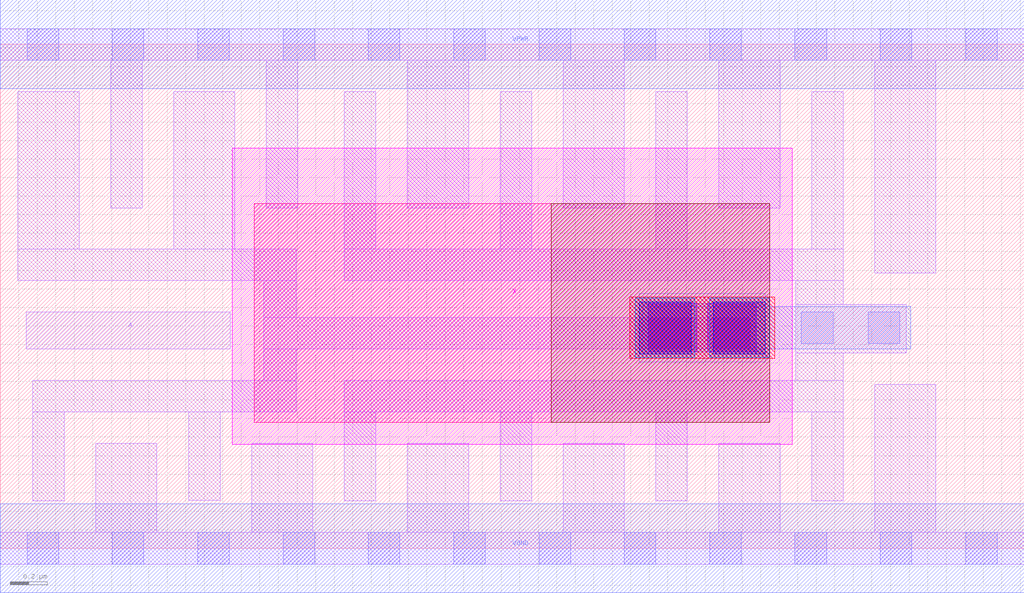
<source format=lef>
# Copyright 2020 The SkyWater PDK Authors
#
# Licensed under the Apache License, Version 2.0 (the "License");
# you may not use this file except in compliance with the License.
# You may obtain a copy of the License at
#
#     https://www.apache.org/licenses/LICENSE-2.0
#
# Unless required by applicable law or agreed to in writing, software
# distributed under the License is distributed on an "AS IS" BASIS,
# WITHOUT WARRANTIES OR CONDITIONS OF ANY KIND, either express or implied.
# See the License for the specific language governing permissions and
# limitations under the License.
#
# SPDX-License-Identifier: Apache-2.0

VERSION 5.7 ;
  NAMESCASESENSITIVE ON ;
  NOWIREEXTENSIONATPIN ON ;
  DIVIDERCHAR "/" ;
  BUSBITCHARS "[]" ;
UNITS
  DATABASE MICRONS 200 ;
END UNITS
MACRO sky130_fd_sc_hd__probe_p_8
  CLASS CORE ;
  FOREIGN sky130_fd_sc_hd__probe_p_8 ;
  ORIGIN  0.000000  0.000000 ;
  SIZE  5.520000 BY  2.720000 ;
  SYMMETRY X Y R90 ;
  SITE unithd ;
  PIN A
    ANTENNAGATEAREA  0.742500 ;
    DIRECTION INPUT ;
    USE SIGNAL ;
    PORT
      LAYER li1 ;
        RECT 0.140000 1.075000 1.240000 1.275000 ;
    END
  END A
  PIN X
    ANTENNADIFFAREA  1.782000 ;
    DIRECTION OUTPUT ;
    USE SIGNAL ;
    PORT
      LAYER met5 ;
        RECT 1.250000 0.560000 4.270000 2.160000 ;
    END
  END X
  PIN VGND
    DIRECTION INOUT ;
    SHAPE ABUTMENT ;
    USE GROUND ;
    PORT
      LAYER met1 ;
        RECT 0.000000 -0.240000 5.520000 0.240000 ;
    END
  END VGND
  PIN VPWR
    DIRECTION INOUT ;
    SHAPE ABUTMENT ;
    USE POWER ;
    PORT
      LAYER met1 ;
        RECT 0.000000 2.480000 5.520000 2.960000 ;
    END
  END VPWR
  OBS
    LAYER li1 ;
      RECT 0.000000 -0.085000 5.520000 0.085000 ;
      RECT 0.000000  2.635000 5.520000 2.805000 ;
      RECT 0.095000  1.445000 1.595000 1.615000 ;
      RECT 0.095000  1.615000 0.425000 2.465000 ;
      RECT 0.175000  0.255000 0.345000 0.735000 ;
      RECT 0.175000  0.735000 1.595000 0.905000 ;
      RECT 0.515000  0.085000 0.845000 0.565000 ;
      RECT 0.595000  1.835000 0.765000 2.635000 ;
      RECT 0.935000  1.615000 1.265000 2.465000 ;
      RECT 1.015000  0.260000 1.185000 0.735000 ;
      RECT 1.355000  0.085000 1.685000 0.565000 ;
      RECT 1.420000  0.905000 1.595000 1.075000 ;
      RECT 1.420000  1.075000 4.045000 1.245000 ;
      RECT 1.420000  1.245000 1.595000 1.445000 ;
      RECT 1.435000  1.835000 1.605000 2.635000 ;
      RECT 1.855000  0.255000 2.025000 0.735000 ;
      RECT 1.855000  0.735000 4.545000 0.905000 ;
      RECT 1.855000  1.445000 4.545000 1.615000 ;
      RECT 1.855000  1.615000 2.025000 2.465000 ;
      RECT 2.195000  0.085000 2.525000 0.565000 ;
      RECT 2.195000  1.835000 2.525000 2.635000 ;
      RECT 2.695000  0.255000 2.865000 0.735000 ;
      RECT 2.695000  1.615000 2.865000 2.465000 ;
      RECT 3.035000  0.085000 3.365000 0.565000 ;
      RECT 3.035000  1.835000 3.365000 2.635000 ;
      RECT 3.535000  0.255000 3.705000 0.735000 ;
      RECT 3.535000  1.615000 3.705000 2.465000 ;
      RECT 3.875000  0.085000 4.205000 0.565000 ;
      RECT 3.875000  1.835000 4.205000 2.635000 ;
      RECT 4.290000  0.905000 4.545000 1.055000 ;
      RECT 4.290000  1.055000 4.885000 1.315000 ;
      RECT 4.290000  1.315000 4.545000 1.445000 ;
      RECT 4.375000  0.255000 4.545000 0.735000 ;
      RECT 4.375000  1.615000 4.545000 2.465000 ;
      RECT 4.715000  0.085000 5.045000 0.885000 ;
      RECT 4.715000  1.485000 5.045000 2.635000 ;
    LAYER mcon ;
      RECT 0.145000 -0.085000 0.315000 0.085000 ;
      RECT 0.145000  2.635000 0.315000 2.805000 ;
      RECT 0.605000 -0.085000 0.775000 0.085000 ;
      RECT 0.605000  2.635000 0.775000 2.805000 ;
      RECT 1.065000 -0.085000 1.235000 0.085000 ;
      RECT 1.065000  2.635000 1.235000 2.805000 ;
      RECT 1.525000 -0.085000 1.695000 0.085000 ;
      RECT 1.525000  2.635000 1.695000 2.805000 ;
      RECT 1.985000 -0.085000 2.155000 0.085000 ;
      RECT 1.985000  2.635000 2.155000 2.805000 ;
      RECT 2.445000 -0.085000 2.615000 0.085000 ;
      RECT 2.445000  2.635000 2.615000 2.805000 ;
      RECT 2.905000 -0.085000 3.075000 0.085000 ;
      RECT 2.905000  2.635000 3.075000 2.805000 ;
      RECT 3.365000 -0.085000 3.535000 0.085000 ;
      RECT 3.365000  2.635000 3.535000 2.805000 ;
      RECT 3.825000 -0.085000 3.995000 0.085000 ;
      RECT 3.825000  2.635000 3.995000 2.805000 ;
      RECT 4.285000 -0.085000 4.455000 0.085000 ;
      RECT 4.285000  2.635000 4.455000 2.805000 ;
      RECT 4.320000  1.105000 4.490000 1.275000 ;
      RECT 4.680000  1.105000 4.850000 1.275000 ;
      RECT 4.745000 -0.085000 4.915000 0.085000 ;
      RECT 4.745000  2.635000 4.915000 2.805000 ;
      RECT 5.205000 -0.085000 5.375000 0.085000 ;
      RECT 5.205000  2.635000 5.375000 2.805000 ;
    LAYER met1 ;
      RECT 3.465000 1.060000 4.105000 1.075000 ;
      RECT 3.465000 1.075000 4.910000 1.305000 ;
      RECT 3.465000 1.305000 4.105000 1.320000 ;
    LAYER met2 ;
      RECT 3.445000 1.005000 4.125000 1.375000 ;
    LAYER met3 ;
      RECT 3.395000 1.025000 4.175000 1.355000 ;
    LAYER met4 ;
      RECT 1.370000 0.680000 4.150000 1.860000 ;
    LAYER via ;
      RECT 3.495000 1.060000 3.755000 1.320000 ;
      RECT 3.815000 1.060000 4.075000 1.320000 ;
    LAYER via2 ;
      RECT 3.445000 1.050000 3.725000 1.330000 ;
      RECT 3.845000 1.050000 4.125000 1.330000 ;
    LAYER via3 ;
      RECT 3.425000 1.030000 3.745000 1.350000 ;
      RECT 3.825000 1.030000 4.145000 1.350000 ;
    LAYER via4 ;
      RECT 2.970000 0.680000 4.150000 1.860000 ;
  END
END sky130_fd_sc_hd__probe_p_8
END LIBRARY

</source>
